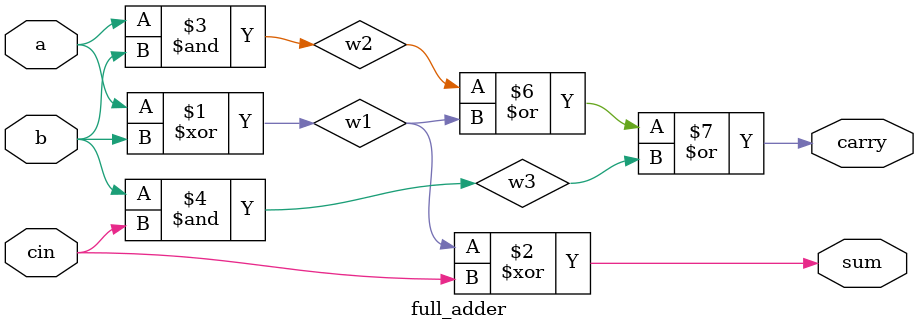
<source format=v>

/*module full_adder(a,b,cin,sum,carry);
input a,b,cin;
output reg sum,carry;

always@(*)begin
sum=a^b^cin;
carry=(a&b|b&cin|a&cin);
end
endmodule


//implementation of full adder using dataflow model

module full_adder(a,b,cin,sum,carry);
input a,b,cin;
output sum,carry;
assign sum=a^b^cin;
assign carry=(a&b|b&cin|a&cin);
endmodule*/


//implementation of full adder using structural model
module full_adder(a,b,cin,sum,carry);
input a,b,cin;
output sum,carry;
wire w1,w2,w3,w4;
xor g1(w1,a,b);
xor g2(sum,w1,cin);
and g3(w2,a,b);
and g4(w3,b,cin);
and g5(w4,a,cin);
or g6(carry,w2,w1,w3);
endmodule




</source>
